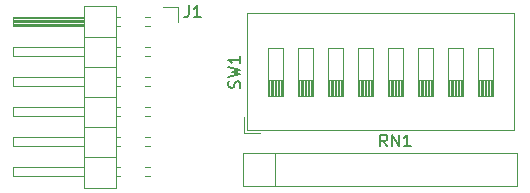
<source format=gbr>
G04 #@! TF.GenerationSoftware,KiCad,Pcbnew,5.99.0-unknown-r17121-d4cea0f2*
G04 #@! TF.CreationDate,2019-12-07T19:03:38-06:00*
G04 #@! TF.ProjectId,dip_switch_pmod,6469705f-7377-4697-9463-685f706d6f64,A*
G04 #@! TF.SameCoordinates,Original*
G04 #@! TF.FileFunction,Legend,Top*
G04 #@! TF.FilePolarity,Positive*
%FSLAX46Y46*%
G04 Gerber Fmt 4.6, Leading zero omitted, Abs format (unit mm)*
G04 Created by KiCad (PCBNEW 5.99.0-unknown-r17121-d4cea0f2) date 2019-12-07 19:03:38*
%MOMM*%
%LPD*%
G04 APERTURE LIST*
%ADD10C,0.120000*%
%ADD11C,0.150000*%
G04 APERTURE END LIST*
D10*
X126815000Y-83975000D02*
X126815000Y-99335000D01*
X126815000Y-99335000D02*
X124155000Y-99335000D01*
X124155000Y-99335000D02*
X124155000Y-83975000D01*
X124155000Y-83975000D02*
X126815000Y-83975000D01*
X124155000Y-84925000D02*
X118155000Y-84925000D01*
X118155000Y-84925000D02*
X118155000Y-85685000D01*
X118155000Y-85685000D02*
X124155000Y-85685000D01*
X124155000Y-84985000D02*
X118155000Y-84985000D01*
X124155000Y-85105000D02*
X118155000Y-85105000D01*
X124155000Y-85225000D02*
X118155000Y-85225000D01*
X124155000Y-85345000D02*
X118155000Y-85345000D01*
X124155000Y-85465000D02*
X118155000Y-85465000D01*
X124155000Y-85585000D02*
X118155000Y-85585000D01*
X127212071Y-84925000D02*
X126815000Y-84925000D01*
X127212071Y-85685000D02*
X126815000Y-85685000D01*
X129685000Y-84925000D02*
X129297929Y-84925000D01*
X129685000Y-85685000D02*
X129297929Y-85685000D01*
X126815000Y-86575000D02*
X124155000Y-86575000D01*
X124155000Y-87465000D02*
X118155000Y-87465000D01*
X118155000Y-87465000D02*
X118155000Y-88225000D01*
X118155000Y-88225000D02*
X124155000Y-88225000D01*
X127212071Y-87465000D02*
X126815000Y-87465000D01*
X127212071Y-88225000D02*
X126815000Y-88225000D01*
X129752071Y-87465000D02*
X129297929Y-87465000D01*
X129752071Y-88225000D02*
X129297929Y-88225000D01*
X126815000Y-89115000D02*
X124155000Y-89115000D01*
X124155000Y-90005000D02*
X118155000Y-90005000D01*
X118155000Y-90005000D02*
X118155000Y-90765000D01*
X118155000Y-90765000D02*
X124155000Y-90765000D01*
X127212071Y-90005000D02*
X126815000Y-90005000D01*
X127212071Y-90765000D02*
X126815000Y-90765000D01*
X129752071Y-90005000D02*
X129297929Y-90005000D01*
X129752071Y-90765000D02*
X129297929Y-90765000D01*
X126815000Y-91655000D02*
X124155000Y-91655000D01*
X124155000Y-92545000D02*
X118155000Y-92545000D01*
X118155000Y-92545000D02*
X118155000Y-93305000D01*
X118155000Y-93305000D02*
X124155000Y-93305000D01*
X127212071Y-92545000D02*
X126815000Y-92545000D01*
X127212071Y-93305000D02*
X126815000Y-93305000D01*
X129752071Y-92545000D02*
X129297929Y-92545000D01*
X129752071Y-93305000D02*
X129297929Y-93305000D01*
X126815000Y-94195000D02*
X124155000Y-94195000D01*
X124155000Y-95085000D02*
X118155000Y-95085000D01*
X118155000Y-95085000D02*
X118155000Y-95845000D01*
X118155000Y-95845000D02*
X124155000Y-95845000D01*
X127212071Y-95085000D02*
X126815000Y-95085000D01*
X127212071Y-95845000D02*
X126815000Y-95845000D01*
X129752071Y-95085000D02*
X129297929Y-95085000D01*
X129752071Y-95845000D02*
X129297929Y-95845000D01*
X126815000Y-96735000D02*
X124155000Y-96735000D01*
X124155000Y-97625000D02*
X118155000Y-97625000D01*
X118155000Y-97625000D02*
X118155000Y-98385000D01*
X118155000Y-98385000D02*
X124155000Y-98385000D01*
X127212071Y-97625000D02*
X126815000Y-97625000D01*
X127212071Y-98385000D02*
X126815000Y-98385000D01*
X129752071Y-97625000D02*
X129297929Y-97625000D01*
X129752071Y-98385000D02*
X129297929Y-98385000D01*
X132065000Y-85305000D02*
X132065000Y-84035000D01*
X132065000Y-84035000D02*
X130795000Y-84035000D01*
X137915000Y-94485000D02*
X137915000Y-84585000D01*
X160536000Y-94485000D02*
X160536000Y-84585000D01*
X137915000Y-94485000D02*
X160536000Y-94485000D01*
X137915000Y-84585000D02*
X160536000Y-84585000D01*
X137675000Y-94725000D02*
X137675000Y-93341000D01*
X137675000Y-94725000D02*
X139058000Y-94725000D01*
X139700000Y-91565000D02*
X140970000Y-91565000D01*
X140970000Y-91565000D02*
X140970000Y-87505000D01*
X140970000Y-87505000D02*
X139700000Y-87505000D01*
X139700000Y-87505000D02*
X139700000Y-91565000D01*
X139820000Y-91565000D02*
X139820000Y-90211667D01*
X139940000Y-91565000D02*
X139940000Y-90211667D01*
X140060000Y-91565000D02*
X140060000Y-90211667D01*
X140180000Y-91565000D02*
X140180000Y-90211667D01*
X140300000Y-91565000D02*
X140300000Y-90211667D01*
X140420000Y-91565000D02*
X140420000Y-90211667D01*
X140540000Y-91565000D02*
X140540000Y-90211667D01*
X140660000Y-91565000D02*
X140660000Y-90211667D01*
X140780000Y-91565000D02*
X140780000Y-90211667D01*
X140900000Y-91565000D02*
X140900000Y-90211667D01*
X139700000Y-90211667D02*
X140970000Y-90211667D01*
X142240000Y-91565000D02*
X143510000Y-91565000D01*
X143510000Y-91565000D02*
X143510000Y-87505000D01*
X143510000Y-87505000D02*
X142240000Y-87505000D01*
X142240000Y-87505000D02*
X142240000Y-91565000D01*
X142360000Y-91565000D02*
X142360000Y-90211667D01*
X142480000Y-91565000D02*
X142480000Y-90211667D01*
X142600000Y-91565000D02*
X142600000Y-90211667D01*
X142720000Y-91565000D02*
X142720000Y-90211667D01*
X142840000Y-91565000D02*
X142840000Y-90211667D01*
X142960000Y-91565000D02*
X142960000Y-90211667D01*
X143080000Y-91565000D02*
X143080000Y-90211667D01*
X143200000Y-91565000D02*
X143200000Y-90211667D01*
X143320000Y-91565000D02*
X143320000Y-90211667D01*
X143440000Y-91565000D02*
X143440000Y-90211667D01*
X142240000Y-90211667D02*
X143510000Y-90211667D01*
X144780000Y-91565000D02*
X146050000Y-91565000D01*
X146050000Y-91565000D02*
X146050000Y-87505000D01*
X146050000Y-87505000D02*
X144780000Y-87505000D01*
X144780000Y-87505000D02*
X144780000Y-91565000D01*
X144900000Y-91565000D02*
X144900000Y-90211667D01*
X145020000Y-91565000D02*
X145020000Y-90211667D01*
X145140000Y-91565000D02*
X145140000Y-90211667D01*
X145260000Y-91565000D02*
X145260000Y-90211667D01*
X145380000Y-91565000D02*
X145380000Y-90211667D01*
X145500000Y-91565000D02*
X145500000Y-90211667D01*
X145620000Y-91565000D02*
X145620000Y-90211667D01*
X145740000Y-91565000D02*
X145740000Y-90211667D01*
X145860000Y-91565000D02*
X145860000Y-90211667D01*
X145980000Y-91565000D02*
X145980000Y-90211667D01*
X144780000Y-90211667D02*
X146050000Y-90211667D01*
X147320000Y-91565000D02*
X148590000Y-91565000D01*
X148590000Y-91565000D02*
X148590000Y-87505000D01*
X148590000Y-87505000D02*
X147320000Y-87505000D01*
X147320000Y-87505000D02*
X147320000Y-91565000D01*
X147440000Y-91565000D02*
X147440000Y-90211667D01*
X147560000Y-91565000D02*
X147560000Y-90211667D01*
X147680000Y-91565000D02*
X147680000Y-90211667D01*
X147800000Y-91565000D02*
X147800000Y-90211667D01*
X147920000Y-91565000D02*
X147920000Y-90211667D01*
X148040000Y-91565000D02*
X148040000Y-90211667D01*
X148160000Y-91565000D02*
X148160000Y-90211667D01*
X148280000Y-91565000D02*
X148280000Y-90211667D01*
X148400000Y-91565000D02*
X148400000Y-90211667D01*
X148520000Y-91565000D02*
X148520000Y-90211667D01*
X147320000Y-90211667D02*
X148590000Y-90211667D01*
X149860000Y-91565000D02*
X151130000Y-91565000D01*
X151130000Y-91565000D02*
X151130000Y-87505000D01*
X151130000Y-87505000D02*
X149860000Y-87505000D01*
X149860000Y-87505000D02*
X149860000Y-91565000D01*
X149980000Y-91565000D02*
X149980000Y-90211667D01*
X150100000Y-91565000D02*
X150100000Y-90211667D01*
X150220000Y-91565000D02*
X150220000Y-90211667D01*
X150340000Y-91565000D02*
X150340000Y-90211667D01*
X150460000Y-91565000D02*
X150460000Y-90211667D01*
X150580000Y-91565000D02*
X150580000Y-90211667D01*
X150700000Y-91565000D02*
X150700000Y-90211667D01*
X150820000Y-91565000D02*
X150820000Y-90211667D01*
X150940000Y-91565000D02*
X150940000Y-90211667D01*
X151060000Y-91565000D02*
X151060000Y-90211667D01*
X149860000Y-90211667D02*
X151130000Y-90211667D01*
X152400000Y-91565000D02*
X153670000Y-91565000D01*
X153670000Y-91565000D02*
X153670000Y-87505000D01*
X153670000Y-87505000D02*
X152400000Y-87505000D01*
X152400000Y-87505000D02*
X152400000Y-91565000D01*
X152520000Y-91565000D02*
X152520000Y-90211667D01*
X152640000Y-91565000D02*
X152640000Y-90211667D01*
X152760000Y-91565000D02*
X152760000Y-90211667D01*
X152880000Y-91565000D02*
X152880000Y-90211667D01*
X153000000Y-91565000D02*
X153000000Y-90211667D01*
X153120000Y-91565000D02*
X153120000Y-90211667D01*
X153240000Y-91565000D02*
X153240000Y-90211667D01*
X153360000Y-91565000D02*
X153360000Y-90211667D01*
X153480000Y-91565000D02*
X153480000Y-90211667D01*
X153600000Y-91565000D02*
X153600000Y-90211667D01*
X152400000Y-90211667D02*
X153670000Y-90211667D01*
X154940000Y-91565000D02*
X156210000Y-91565000D01*
X156210000Y-91565000D02*
X156210000Y-87505000D01*
X156210000Y-87505000D02*
X154940000Y-87505000D01*
X154940000Y-87505000D02*
X154940000Y-91565000D01*
X155060000Y-91565000D02*
X155060000Y-90211667D01*
X155180000Y-91565000D02*
X155180000Y-90211667D01*
X155300000Y-91565000D02*
X155300000Y-90211667D01*
X155420000Y-91565000D02*
X155420000Y-90211667D01*
X155540000Y-91565000D02*
X155540000Y-90211667D01*
X155660000Y-91565000D02*
X155660000Y-90211667D01*
X155780000Y-91565000D02*
X155780000Y-90211667D01*
X155900000Y-91565000D02*
X155900000Y-90211667D01*
X156020000Y-91565000D02*
X156020000Y-90211667D01*
X156140000Y-91565000D02*
X156140000Y-90211667D01*
X154940000Y-90211667D02*
X156210000Y-90211667D01*
X157480000Y-91565000D02*
X158750000Y-91565000D01*
X158750000Y-91565000D02*
X158750000Y-87505000D01*
X158750000Y-87505000D02*
X157480000Y-87505000D01*
X157480000Y-87505000D02*
X157480000Y-91565000D01*
X157600000Y-91565000D02*
X157600000Y-90211667D01*
X157720000Y-91565000D02*
X157720000Y-90211667D01*
X157840000Y-91565000D02*
X157840000Y-90211667D01*
X157960000Y-91565000D02*
X157960000Y-90211667D01*
X158080000Y-91565000D02*
X158080000Y-90211667D01*
X158200000Y-91565000D02*
X158200000Y-90211667D01*
X158320000Y-91565000D02*
X158320000Y-90211667D01*
X158440000Y-91565000D02*
X158440000Y-90211667D01*
X158560000Y-91565000D02*
X158560000Y-90211667D01*
X158680000Y-91565000D02*
X158680000Y-90211667D01*
X157480000Y-90211667D02*
X158750000Y-90211667D01*
X137625000Y-96390000D02*
X137625000Y-99190000D01*
X137625000Y-99190000D02*
X160825000Y-99190000D01*
X160825000Y-99190000D02*
X160825000Y-96390000D01*
X160825000Y-96390000D02*
X137625000Y-96390000D01*
X140335000Y-96390000D02*
X140335000Y-99190000D01*
D11*
X133016666Y-83907380D02*
X133016666Y-84621666D01*
X132969047Y-84764523D01*
X132873809Y-84859761D01*
X132730952Y-84907380D01*
X132635714Y-84907380D01*
X134016666Y-84907380D02*
X133445238Y-84907380D01*
X133730952Y-84907380D02*
X133730952Y-83907380D01*
X133635714Y-84050238D01*
X133540476Y-84145476D01*
X133445238Y-84193095D01*
X137319761Y-90868333D02*
X137367380Y-90725476D01*
X137367380Y-90487380D01*
X137319761Y-90392142D01*
X137272142Y-90344523D01*
X137176904Y-90296904D01*
X137081666Y-90296904D01*
X136986428Y-90344523D01*
X136938809Y-90392142D01*
X136891190Y-90487380D01*
X136843571Y-90677857D01*
X136795952Y-90773095D01*
X136748333Y-90820714D01*
X136653095Y-90868333D01*
X136557857Y-90868333D01*
X136462619Y-90820714D01*
X136415000Y-90773095D01*
X136367380Y-90677857D01*
X136367380Y-90439761D01*
X136415000Y-90296904D01*
X136367380Y-89963571D02*
X137367380Y-89725476D01*
X136653095Y-89535000D01*
X137367380Y-89344523D01*
X136367380Y-89106428D01*
X137367380Y-88201666D02*
X137367380Y-88773095D01*
X137367380Y-88487380D02*
X136367380Y-88487380D01*
X136510238Y-88582619D01*
X136605476Y-88677857D01*
X136653095Y-88773095D01*
X149804523Y-95842380D02*
X149471190Y-95366190D01*
X149233095Y-95842380D02*
X149233095Y-94842380D01*
X149614047Y-94842380D01*
X149709285Y-94890000D01*
X149756904Y-94937619D01*
X149804523Y-95032857D01*
X149804523Y-95175714D01*
X149756904Y-95270952D01*
X149709285Y-95318571D01*
X149614047Y-95366190D01*
X149233095Y-95366190D01*
X150233095Y-95842380D02*
X150233095Y-94842380D01*
X150804523Y-95842380D01*
X150804523Y-94842380D01*
X151804523Y-95842380D02*
X151233095Y-95842380D01*
X151518809Y-95842380D02*
X151518809Y-94842380D01*
X151423571Y-94985238D01*
X151328333Y-95080476D01*
X151233095Y-95128095D01*
M02*

</source>
